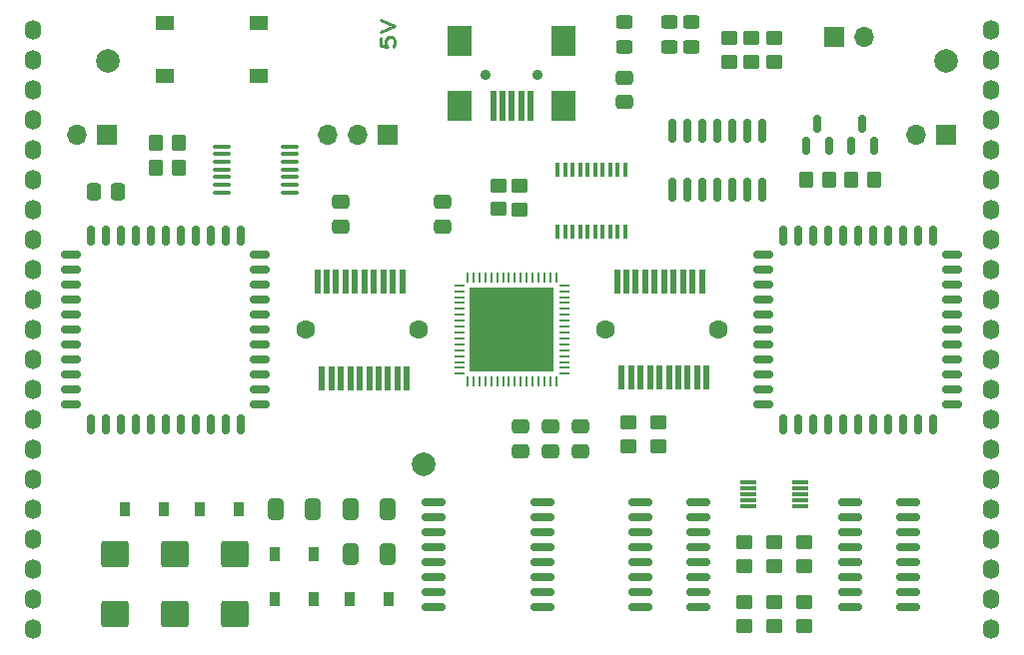
<source format=gbr>
%TF.GenerationSoftware,KiCad,Pcbnew,(6.0.6-0)*%
%TF.CreationDate,2022-07-26T08:46:40-07:00*%
%TF.ProjectId,BreadControlV3,42726561-6443-46f6-9e74-726f6c56332e,rev?*%
%TF.SameCoordinates,Original*%
%TF.FileFunction,Soldermask,Top*%
%TF.FilePolarity,Negative*%
%FSLAX46Y46*%
G04 Gerber Fmt 4.6, Leading zero omitted, Abs format (unit mm)*
G04 Created by KiCad (PCBNEW (6.0.6-0)) date 2022-07-26 08:46:40*
%MOMM*%
%LPD*%
G01*
G04 APERTURE LIST*
G04 Aperture macros list*
%AMRoundRect*
0 Rectangle with rounded corners*
0 $1 Rounding radius*
0 $2 $3 $4 $5 $6 $7 $8 $9 X,Y pos of 4 corners*
0 Add a 4 corners polygon primitive as box body*
4,1,4,$2,$3,$4,$5,$6,$7,$8,$9,$2,$3,0*
0 Add four circle primitives for the rounded corners*
1,1,$1+$1,$2,$3*
1,1,$1+$1,$4,$5*
1,1,$1+$1,$6,$7*
1,1,$1+$1,$8,$9*
0 Add four rect primitives between the rounded corners*
20,1,$1+$1,$2,$3,$4,$5,0*
20,1,$1+$1,$4,$5,$6,$7,0*
20,1,$1+$1,$6,$7,$8,$9,0*
20,1,$1+$1,$8,$9,$2,$3,0*%
G04 Aperture macros list end*
%ADD10C,0.250000*%
%ADD11C,2.000000*%
%ADD12RoundRect,0.250000X0.450000X-0.325000X0.450000X0.325000X-0.450000X0.325000X-0.450000X-0.325000X0*%
%ADD13RoundRect,0.250000X-0.925000X0.875000X-0.925000X-0.875000X0.925000X-0.875000X0.925000X0.875000X0*%
%ADD14RoundRect,0.250000X-0.450000X0.350000X-0.450000X-0.350000X0.450000X-0.350000X0.450000X0.350000X0*%
%ADD15R,0.400000X1.200000*%
%ADD16RoundRect,0.250000X0.450000X-0.350000X0.450000X0.350000X-0.450000X0.350000X-0.450000X-0.350000X0*%
%ADD17RoundRect,0.250000X-0.412500X-0.650000X0.412500X-0.650000X0.412500X0.650000X-0.412500X0.650000X0*%
%ADD18RoundRect,0.150000X-0.875000X-0.150000X0.875000X-0.150000X0.875000X0.150000X-0.875000X0.150000X0*%
%ADD19RoundRect,0.250000X-0.350000X-0.450000X0.350000X-0.450000X0.350000X0.450000X-0.350000X0.450000X0*%
%ADD20RoundRect,0.150000X-0.150000X0.825000X-0.150000X-0.825000X0.150000X-0.825000X0.150000X0.825000X0*%
%ADD21RoundRect,0.700000X0.000000X-0.150000X0.000000X-0.150000X0.000000X0.150000X0.000000X0.150000X0*%
%ADD22R,1.700000X1.700000*%
%ADD23O,1.700000X1.700000*%
%ADD24RoundRect,0.062500X0.350000X0.062500X-0.350000X0.062500X-0.350000X-0.062500X0.350000X-0.062500X0*%
%ADD25RoundRect,0.062500X0.062500X0.350000X-0.062500X0.350000X-0.062500X-0.350000X0.062500X-0.350000X0*%
%ADD26R,7.150000X7.150000*%
%ADD27RoundRect,0.250000X0.412500X0.650000X-0.412500X0.650000X-0.412500X-0.650000X0.412500X-0.650000X0*%
%ADD28RoundRect,0.250000X0.350000X0.450000X-0.350000X0.450000X-0.350000X-0.450000X0.350000X-0.450000X0*%
%ADD29C,0.900000*%
%ADD30R,0.500000X2.500000*%
%ADD31R,2.000000X2.500000*%
%ADD32C,1.600200*%
%ADD33R,0.558800X2.108200*%
%ADD34RoundRect,0.250000X0.475000X-0.337500X0.475000X0.337500X-0.475000X0.337500X-0.475000X-0.337500X0*%
%ADD35RoundRect,0.250000X-0.475000X0.337500X-0.475000X-0.337500X0.475000X-0.337500X0.475000X0.337500X0*%
%ADD36R,0.900000X1.200000*%
%ADD37RoundRect,0.150000X0.150000X-0.587500X0.150000X0.587500X-0.150000X0.587500X-0.150000X-0.587500X0*%
%ADD38R,1.400000X0.300000*%
%ADD39RoundRect,0.150000X-0.150000X-0.700000X0.150000X-0.700000X0.150000X0.700000X-0.150000X0.700000X0*%
%ADD40RoundRect,0.150000X-0.700000X-0.150000X0.700000X-0.150000X0.700000X0.150000X-0.700000X0.150000X0*%
%ADD41R,1.550000X1.300000*%
%ADD42RoundRect,0.100000X0.637500X0.100000X-0.637500X0.100000X-0.637500X-0.100000X0.637500X-0.100000X0*%
%ADD43RoundRect,0.250000X0.337500X0.475000X-0.337500X0.475000X-0.337500X-0.475000X0.337500X-0.475000X0*%
%ADD44RoundRect,0.150000X-0.825000X-0.150000X0.825000X-0.150000X0.825000X0.150000X-0.825000X0.150000X0*%
G04 APERTURE END LIST*
D10*
X58067657Y-27317114D02*
X58067657Y-28031400D01*
X58639085Y-28102828D01*
X58581942Y-28031400D01*
X58524800Y-27888542D01*
X58524800Y-27531400D01*
X58581942Y-27388542D01*
X58639085Y-27317114D01*
X58753371Y-27245685D01*
X59039085Y-27245685D01*
X59153371Y-27317114D01*
X59210514Y-27388542D01*
X59267657Y-27531400D01*
X59267657Y-27888542D01*
X59210514Y-28031400D01*
X59153371Y-28102828D01*
X58067657Y-26817114D02*
X59267657Y-26317114D01*
X58067657Y-25817114D01*
D11*
X106000000Y-29250000D03*
X61750000Y-63500000D03*
X35000000Y-29250000D03*
D12*
X82550000Y-28076000D03*
X82550000Y-26026000D03*
D13*
X35560000Y-71110000D03*
X35560000Y-76210000D03*
D14*
X93980000Y-75200000D03*
X93980000Y-77200000D03*
D15*
X78803500Y-38548000D03*
X78168500Y-38548000D03*
X77533500Y-38548000D03*
X76898500Y-38548000D03*
X76263500Y-38548000D03*
X75628500Y-38548000D03*
X74993500Y-38548000D03*
X74358500Y-38548000D03*
X73723500Y-38548000D03*
X73088500Y-38548000D03*
X73088500Y-43748000D03*
X73723500Y-43748000D03*
X74358500Y-43748000D03*
X74993500Y-43748000D03*
X75628500Y-43748000D03*
X76263500Y-43748000D03*
X76898500Y-43748000D03*
X77533500Y-43748000D03*
X78168500Y-43748000D03*
X78803500Y-43748000D03*
D16*
X91440000Y-72120000D03*
X91440000Y-70120000D03*
X87630000Y-29337000D03*
X87630000Y-27337000D03*
X89535000Y-29337000D03*
X89535000Y-27337000D03*
D17*
X55587500Y-71120000D03*
X58712500Y-71120000D03*
D18*
X62533000Y-66675000D03*
X62533000Y-67945000D03*
X62533000Y-69215000D03*
X62533000Y-70485000D03*
X62533000Y-71755000D03*
X62533000Y-73025000D03*
X62533000Y-74295000D03*
X62533000Y-75565000D03*
X71833000Y-75565000D03*
X71833000Y-74295000D03*
X71833000Y-73025000D03*
X71833000Y-71755000D03*
X71833000Y-70485000D03*
X71833000Y-69215000D03*
X71833000Y-67945000D03*
X71833000Y-66675000D03*
D13*
X45720000Y-71110000D03*
X45720000Y-76210000D03*
D19*
X94123000Y-39370000D03*
X96123000Y-39370000D03*
D20*
X90424000Y-35244000D03*
X89154000Y-35244000D03*
X87884000Y-35244000D03*
X86614000Y-35244000D03*
X85344000Y-35244000D03*
X84074000Y-35244000D03*
X82804000Y-35244000D03*
X82804000Y-40194000D03*
X84074000Y-40194000D03*
X85344000Y-40194000D03*
X86614000Y-40194000D03*
X87884000Y-40194000D03*
X89154000Y-40194000D03*
X90424000Y-40194000D03*
D21*
X109855000Y-26692000D03*
X109855000Y-29232000D03*
X109855000Y-31772000D03*
X109855000Y-34312000D03*
X109855000Y-36852000D03*
X109855000Y-39392000D03*
X109855000Y-41932000D03*
X109855000Y-44472000D03*
X109855000Y-47012000D03*
X109855000Y-49552000D03*
X109855000Y-52092000D03*
X109855000Y-54632000D03*
X109855000Y-57172000D03*
X109855000Y-59712000D03*
X109855000Y-62252000D03*
X109855000Y-64792000D03*
X109855000Y-67332000D03*
X109855000Y-69872000D03*
X109855000Y-72412000D03*
X109855000Y-74952000D03*
X109855000Y-77492000D03*
D22*
X96540000Y-27280000D03*
D23*
X99080000Y-27280000D03*
D24*
X73652500Y-55820000D03*
X73652500Y-55320000D03*
X73652500Y-54820000D03*
X73652500Y-54320000D03*
X73652500Y-53820000D03*
X73652500Y-53320000D03*
X73652500Y-52820000D03*
X73652500Y-52320000D03*
X73652500Y-51820000D03*
X73652500Y-51320000D03*
X73652500Y-50820000D03*
X73652500Y-50320000D03*
X73652500Y-49820000D03*
X73652500Y-49320000D03*
X73652500Y-48820000D03*
X73652500Y-48320000D03*
D25*
X72965000Y-47632500D03*
X72465000Y-47632500D03*
X71965000Y-47632500D03*
X71465000Y-47632500D03*
X70965000Y-47632500D03*
X70465000Y-47632500D03*
X69965000Y-47632500D03*
X69465000Y-47632500D03*
X68965000Y-47632500D03*
X68465000Y-47632500D03*
X67965000Y-47632500D03*
X67465000Y-47632500D03*
X66965000Y-47632500D03*
X66465000Y-47632500D03*
X65965000Y-47632500D03*
X65465000Y-47632500D03*
D24*
X64777500Y-48320000D03*
X64777500Y-48820000D03*
X64777500Y-49320000D03*
X64777500Y-49820000D03*
X64777500Y-50320000D03*
X64777500Y-50820000D03*
X64777500Y-51320000D03*
X64777500Y-51820000D03*
X64777500Y-52320000D03*
X64777500Y-52820000D03*
X64777500Y-53320000D03*
X64777500Y-53820000D03*
X64777500Y-54320000D03*
X64777500Y-54820000D03*
X64777500Y-55320000D03*
X64777500Y-55820000D03*
D25*
X65465000Y-56507500D03*
X65965000Y-56507500D03*
X66465000Y-56507500D03*
X66965000Y-56507500D03*
X67465000Y-56507500D03*
X67965000Y-56507500D03*
X68465000Y-56507500D03*
X68965000Y-56507500D03*
X69465000Y-56507500D03*
X69965000Y-56507500D03*
X70465000Y-56507500D03*
X70965000Y-56507500D03*
X71465000Y-56507500D03*
X71965000Y-56507500D03*
X72465000Y-56507500D03*
X72965000Y-56507500D03*
D26*
X69215000Y-52070000D03*
D27*
X58712500Y-67310000D03*
X55587500Y-67310000D03*
D28*
X41005000Y-38354000D03*
X39005000Y-38354000D03*
D29*
X67015000Y-30480000D03*
X71415000Y-30480000D03*
D30*
X70815000Y-33080000D03*
X70015000Y-33080000D03*
X69215000Y-33080000D03*
X68415000Y-33080000D03*
X67615000Y-33080000D03*
D31*
X73615000Y-33080000D03*
X64815000Y-33080000D03*
X64815000Y-27580000D03*
X73615000Y-27580000D03*
D14*
X68045000Y-39856672D03*
X68045000Y-41856672D03*
D32*
X61315000Y-52074699D03*
X51715000Y-52074699D03*
D33*
X52715003Y-47974700D03*
X53515001Y-47974700D03*
X54315002Y-47974700D03*
X55115003Y-47974700D03*
X55915001Y-47974700D03*
X56715002Y-47974700D03*
X57515001Y-47974700D03*
X58315001Y-47974700D03*
X59115000Y-47974700D03*
X59915001Y-47974700D03*
X53114956Y-56174701D03*
X53914957Y-56174701D03*
X54714955Y-56174701D03*
X55514956Y-56174701D03*
X56314955Y-56174701D03*
X57114956Y-56174701D03*
X57914957Y-56174701D03*
X58714955Y-56174701D03*
X59514956Y-56174701D03*
X60314954Y-56174701D03*
D16*
X81661000Y-61960000D03*
X81661000Y-59960000D03*
D34*
X69977000Y-62378500D03*
X69977000Y-60303500D03*
D14*
X88900000Y-75200000D03*
X88900000Y-77200000D03*
D19*
X97933000Y-39370000D03*
X99933000Y-39370000D03*
D22*
X58674000Y-35515000D03*
D23*
X56134000Y-35515000D03*
X53594000Y-35515000D03*
D22*
X34925000Y-35560000D03*
D23*
X32385000Y-35560000D03*
D35*
X63373000Y-41253500D03*
X63373000Y-43328500D03*
D21*
X28597000Y-26692000D03*
X28597000Y-29232000D03*
X28597000Y-31772000D03*
X28597000Y-34312000D03*
X28597000Y-36852000D03*
X28597000Y-39392000D03*
X28597000Y-41932000D03*
X28597000Y-44472000D03*
X28597000Y-47012000D03*
X28597000Y-49552000D03*
X28597000Y-52092000D03*
X28597000Y-54632000D03*
X28597000Y-57172000D03*
X28597000Y-59712000D03*
X28597000Y-62252000D03*
X28597000Y-64792000D03*
X28597000Y-67332000D03*
X28597000Y-69872000D03*
X28597000Y-72412000D03*
X28597000Y-74952000D03*
X28597000Y-77492000D03*
D12*
X78740000Y-28076000D03*
X78740000Y-26026000D03*
D36*
X49150000Y-74930000D03*
X52450000Y-74930000D03*
X42800000Y-67310000D03*
X46100000Y-67310000D03*
D37*
X97983000Y-36497500D03*
X99883000Y-36497500D03*
X98933000Y-34622500D03*
D38*
X89240000Y-65040000D03*
X89240000Y-65540000D03*
X89240000Y-66040000D03*
X89240000Y-66540000D03*
X89240000Y-67040000D03*
X93640000Y-67040000D03*
X93640000Y-66540000D03*
X93640000Y-66040000D03*
X93640000Y-65540000D03*
X93640000Y-65040000D03*
D39*
X98552000Y-44070000D03*
X97282000Y-44070000D03*
X96012000Y-44070000D03*
X94742000Y-44070000D03*
X93472000Y-44070000D03*
X92202000Y-44070000D03*
D40*
X90552000Y-45720000D03*
X90552000Y-46990000D03*
X90552000Y-48260000D03*
X90552000Y-49530000D03*
X90552000Y-50800000D03*
X90552000Y-52070000D03*
X90552000Y-53340000D03*
X90552000Y-54610000D03*
X90552000Y-55880000D03*
X90552000Y-57150000D03*
X90552000Y-58420000D03*
D39*
X92202000Y-60070000D03*
X93472000Y-60070000D03*
X94742000Y-60070000D03*
X96012000Y-60070000D03*
X97282000Y-60070000D03*
X98552000Y-60070000D03*
X99822000Y-60070000D03*
X101092000Y-60070000D03*
X102362000Y-60070000D03*
X103632000Y-60070000D03*
X104902000Y-60070000D03*
D40*
X106552000Y-58420000D03*
X106552000Y-57150000D03*
X106552000Y-55880000D03*
X106552000Y-54610000D03*
X106552000Y-53340000D03*
X106552000Y-52070000D03*
X106552000Y-50800000D03*
X106552000Y-49530000D03*
X106552000Y-48260000D03*
X106552000Y-46990000D03*
X106552000Y-45720000D03*
D39*
X104902000Y-44070000D03*
X103632000Y-44070000D03*
X102362000Y-44070000D03*
X101092000Y-44070000D03*
X99822000Y-44070000D03*
D13*
X40640000Y-71110000D03*
X40640000Y-76210000D03*
D41*
X47795000Y-26096400D03*
X39835000Y-26096400D03*
X47795000Y-30596400D03*
X39835000Y-30596400D03*
D36*
X36450000Y-67310000D03*
X39750000Y-67310000D03*
D28*
X41005000Y-36245800D03*
X39005000Y-36245800D03*
D36*
X49150000Y-71120000D03*
X52450000Y-71120000D03*
D14*
X69823000Y-39878404D03*
X69823000Y-41878404D03*
X91440000Y-75200000D03*
X91440000Y-77200000D03*
D34*
X72517000Y-62378500D03*
X72517000Y-60303500D03*
D42*
X50360500Y-40431000D03*
X50360500Y-39781000D03*
X50360500Y-39131000D03*
X50360500Y-38481000D03*
X50360500Y-37831000D03*
X50360500Y-37181000D03*
X50360500Y-36531000D03*
X44635500Y-36531000D03*
X44635500Y-37181000D03*
X44635500Y-37831000D03*
X44635500Y-38481000D03*
X44635500Y-39131000D03*
X44635500Y-39781000D03*
X44635500Y-40431000D03*
D27*
X52362500Y-67310000D03*
X49237500Y-67310000D03*
D16*
X91440000Y-29337000D03*
X91440000Y-27337000D03*
D34*
X75057000Y-62378500D03*
X75057000Y-60303500D03*
D22*
X106045000Y-35560000D03*
D23*
X103505000Y-35560000D03*
D34*
X54737000Y-43328500D03*
X54737000Y-41253500D03*
X78740000Y-32787500D03*
X78740000Y-30712500D03*
D43*
X35835500Y-40386000D03*
X33760500Y-40386000D03*
D37*
X94173000Y-36497500D03*
X96073000Y-36497500D03*
X95123000Y-34622500D03*
D16*
X93980000Y-72120000D03*
X93980000Y-70120000D03*
D44*
X97855000Y-66675000D03*
X97855000Y-67945000D03*
X97855000Y-69215000D03*
X97855000Y-70485000D03*
X97855000Y-71755000D03*
X97855000Y-73025000D03*
X97855000Y-74295000D03*
X97855000Y-75565000D03*
X102805000Y-75565000D03*
X102805000Y-74295000D03*
X102805000Y-73025000D03*
X102805000Y-71755000D03*
X102805000Y-70485000D03*
X102805000Y-69215000D03*
X102805000Y-67945000D03*
X102805000Y-66675000D03*
D14*
X88900000Y-70120000D03*
X88900000Y-72120000D03*
D36*
X55500000Y-74930000D03*
X58800000Y-74930000D03*
D39*
X39878000Y-44070000D03*
X38608000Y-44070000D03*
X37338000Y-44070000D03*
X36068000Y-44070000D03*
X34798000Y-44070000D03*
X33528000Y-44070000D03*
D40*
X31878000Y-45720000D03*
X31878000Y-46990000D03*
X31878000Y-48260000D03*
X31878000Y-49530000D03*
X31878000Y-50800000D03*
X31878000Y-52070000D03*
X31878000Y-53340000D03*
X31878000Y-54610000D03*
X31878000Y-55880000D03*
X31878000Y-57150000D03*
X31878000Y-58420000D03*
D39*
X33528000Y-60070000D03*
X34798000Y-60070000D03*
X36068000Y-60070000D03*
X37338000Y-60070000D03*
X38608000Y-60070000D03*
X39878000Y-60070000D03*
X41148000Y-60070000D03*
X42418000Y-60070000D03*
X43688000Y-60070000D03*
X44958000Y-60070000D03*
X46228000Y-60070000D03*
D40*
X47878000Y-58420000D03*
X47878000Y-57150000D03*
X47878000Y-55880000D03*
X47878000Y-54610000D03*
X47878000Y-53340000D03*
X47878000Y-52070000D03*
X47878000Y-50800000D03*
X47878000Y-49530000D03*
X47878000Y-48260000D03*
X47878000Y-46990000D03*
X47878000Y-45720000D03*
D39*
X46228000Y-44070000D03*
X44958000Y-44070000D03*
X43688000Y-44070000D03*
X42418000Y-44070000D03*
X41148000Y-44070000D03*
D12*
X84455000Y-28076000D03*
X84455000Y-26026000D03*
D32*
X77115000Y-52065301D03*
X86715000Y-52065301D03*
D33*
X78514999Y-56165300D03*
X79315000Y-56165300D03*
X80114999Y-56165300D03*
X80914999Y-56165300D03*
X81714998Y-56165300D03*
X82514999Y-56165300D03*
X83314997Y-56165300D03*
X84114998Y-56165300D03*
X84914999Y-56165300D03*
X85714997Y-56165300D03*
X85315044Y-47965299D03*
X84515043Y-47965299D03*
X83715045Y-47965299D03*
X82915044Y-47965299D03*
X82115045Y-47965299D03*
X81315044Y-47965299D03*
X80515043Y-47965299D03*
X79715045Y-47965299D03*
X78915044Y-47965299D03*
X78115046Y-47965299D03*
D44*
X80075000Y-66675000D03*
X80075000Y-67945000D03*
X80075000Y-69215000D03*
X80075000Y-70485000D03*
X80075000Y-71755000D03*
X80075000Y-73025000D03*
X80075000Y-74295000D03*
X80075000Y-75565000D03*
X85025000Y-75565000D03*
X85025000Y-74295000D03*
X85025000Y-73025000D03*
X85025000Y-71755000D03*
X85025000Y-70485000D03*
X85025000Y-69215000D03*
X85025000Y-67945000D03*
X85025000Y-66675000D03*
D16*
X79121000Y-61960000D03*
X79121000Y-59960000D03*
M02*

</source>
